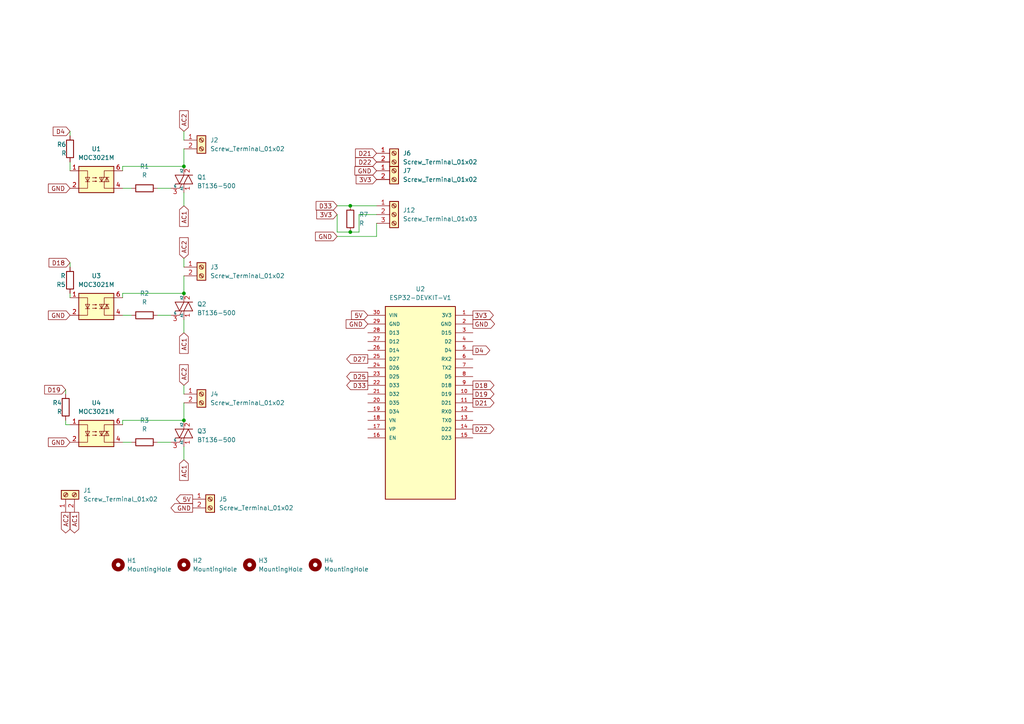
<source format=kicad_sch>
(kicad_sch (version 20231120) (generator "eeschema") (generator_version "8.0")
  (paper "A4")
  (lib_symbols
    (symbol "Connector:Screw_Terminal_01x02" (pin_names (offset 1.016) hide)
      (property "Reference" "J" (at 0 2.54 0))
      (property "Value" "Screw_Terminal_01x02" (at 0 -5.08 0))
      (symbol "Screw_Terminal_01x02_1_1"
        (rectangle (start -1.27 1.27) (end 1.27 -3.81) (stroke (width 0.254)) (fill (type background)))
        (circle (center 0 -2.54) (radius 0.635) (stroke (width 0.1524)))
        (polyline (pts (xy -0.5334 -2.2098) (xy 0.3302 -3.048)) (stroke (width 0.1524)))
        (polyline (pts (xy -0.5334 0.3302) (xy 0.3302 -0.508)) (stroke (width 0.1524)))
        (polyline (pts (xy -0.3556 -2.032) (xy 0.508 -2.8702)) (stroke (width 0.1524)))
        (polyline (pts (xy -0.3556 0.508) (xy 0.508 -0.3302)) (stroke (width 0.1524)))
        (circle (center 0 0) (radius 0.635) (stroke (width 0.1524)))
        (pin passive line (at -5.08 0 0) (length 3.81) (name "Pin_1") (number "1"))
        (pin passive line (at -5.08 -2.54 0) (length 3.81) (name "Pin_2") (number "2"))
      )
    )
    (symbol "Connector:Screw_Terminal_01x03" (pin_names (offset 1.016) hide)
      (property "Reference" "J" (at 0 5.08 0))
      (property "Value" "Screw_Terminal_01x03" (at 0 -5.08 0))
      (symbol "Screw_Terminal_01x03_1_1"
        (rectangle (start -1.27 3.81) (end 1.27 -3.81) (stroke (width 0.254)) (fill (type background)))
        (circle (center 0 -2.54) (radius 0.635) (stroke (width 0.1524)))
        (polyline (pts (xy -0.5334 -2.2098) (xy 0.3302 -3.048)) (stroke (width 0.1524)))
        (polyline (pts (xy -0.5334 0.3302) (xy 0.3302 -0.508)) (stroke (width 0.1524)))
        (polyline (pts (xy -0.5334 2.8702) (xy 0.3302 2.032)) (stroke (width 0.1524)))
        (polyline (pts (xy -0.3556 -2.032) (xy 0.508 -2.8702)) (stroke (width 0.1524)))
        (polyline (pts (xy -0.3556 0.508) (xy 0.508 -0.3302)) (stroke (width 0.1524)))
        (polyline (pts (xy -0.3556 3.048) (xy 0.508 2.2098)) (stroke (width 0.1524)))
        (circle (center 0 0) (radius 0.635) (stroke (width 0.1524)))
        (circle (center 0 2.54) (radius 0.635) (stroke (width 0.1524)))
        (pin passive line (at -5.08 2.54 0) (length 3.81) (name "Pin_1") (number "1"))
        (pin passive line (at -5.08 0 0) (length 3.81) (name "Pin_2") (number "2"))
        (pin passive line (at -5.08 -2.54 0) (length 3.81) (name "Pin_3") (number "3"))
      )
    )
    (symbol "Device:R" (pin_numbers hide) (pin_names (offset 0))
      (property "Reference" "R" (at 2.032 0 90))
      (property "Value" "R" (at 0 0 90))
      (symbol "R_0_1"
        (rectangle (start -1.016 -2.54) (end 1.016 2.54) (stroke (width 0.254)))
      )
      (symbol "R_1_1"
        (pin passive line (at 0 3.81 270) (length 1.27) (name "~") (number "1"))
        (pin passive line (at 0 -3.81 90) (length 1.27) (name "~") (number "2"))
      )
    )
    (symbol "ESP32-DEVKIT-V1:ESP32-DEVKIT-V1" (pin_names (offset 1.016))
      (property "Reference" "U2" (at 0 33.02 0))
      (property "Value" "ESP32-DEVKIT-V1" (at 0 30.48 0))
      (symbol "ESP32-DEVKIT-V1_0_0"
        (rectangle (start -10.16 -27.94) (end 10.16 27.94) (stroke (width 0.254)) (fill (type background)))
        (pin output line (at 15.24 25.4 180) (length 5.08) (name "3V3") (number "1"))
        (pin bidirectional line (at 15.24 2.54 180) (length 5.08) (name "D19") (number "10"))
        (pin bidirectional line (at 15.24 0 180) (length 5.08) (name "D21") (number "11"))
        (pin input line (at 15.24 -2.54 180) (length 5.08) (name "RX0") (number "12"))
        (pin output line (at 15.24 -5.08 180) (length 5.08) (name "TX0") (number "13"))
        (pin bidirectional line (at 15.24 -7.62 180) (length 5.08) (name "D22") (number "14"))
        (pin bidirectional line (at 15.24 -10.16 180) (length 5.08) (name "D23") (number "15"))
        (pin input line (at -15.24 -10.16 0) (length 5.08) (name "EN") (number "16"))
        (pin bidirectional line (at -15.24 -7.62 0) (length 5.08) (name "VP") (number "17"))
        (pin bidirectional line (at -15.24 -5.08 0) (length 5.08) (name "VN") (number "18"))
        (pin bidirectional line (at -15.24 -2.54 0) (length 5.08) (name "D34") (number "19"))
        (pin power_in line (at 15.24 22.86 180) (length 5.08) (name "GND") (number "2"))
        (pin bidirectional line (at -15.24 0 0) (length 5.08) (name "D35") (number "20"))
        (pin bidirectional line (at -15.24 2.54 0) (length 5.08) (name "D32") (number "21"))
        (pin bidirectional line (at -15.24 5.08 0) (length 5.08) (name "D33") (number "22"))
        (pin bidirectional line (at -15.24 7.62 0) (length 5.08) (name "D25") (number "23"))
        (pin bidirectional line (at -15.24 10.16 0) (length 5.08) (name "D26") (number "24"))
        (pin bidirectional line (at -15.24 12.7 0) (length 5.08) (name "D27") (number "25"))
        (pin bidirectional line (at -15.24 15.24 0) (length 5.08) (name "D14") (number "26"))
        (pin bidirectional line (at -15.24 17.78 0) (length 5.08) (name "D12") (number "27"))
        (pin bidirectional line (at -15.24 20.32 0) (length 5.08) (name "D13") (number "28"))
        (pin power_in line (at -15.24 22.86 0) (length 5.08) (name "GND") (number "29"))
        (pin bidirectional line (at 15.24 20.32 180) (length 5.08) (name "D15") (number "3"))
        (pin input line (at -15.24 25.4 0) (length 5.08) (name "VIN") (number "30"))
        (pin bidirectional line (at 15.24 17.78 180) (length 5.08) (name "D2") (number "4"))
        (pin bidirectional line (at 15.24 15.24 180) (length 5.08) (name "D4") (number "5"))
        (pin input line (at 15.24 12.7 180) (length 5.08) (name "RX2") (number "6"))
        (pin output line (at 15.24 10.16 180) (length 5.08) (name "TX2") (number "7"))
        (pin bidirectional line (at 15.24 7.62 180) (length 5.08) (name "D5") (number "8"))
        (pin bidirectional line (at 15.24 5.08 180) (length 5.08) (name "D18") (number "9"))
      )
    )
    (symbol "Mechanical:MountingHole" (pin_names (offset 1.016))
      (property "Reference" "H" (at 0 5.08 0))
      (property "Value" "MountingHole" (at 0 3.175 0))
      (symbol "MountingHole_0_1"
        (circle (center 0 0) (radius 1.27) (stroke (width 1.27)))
      )
    )
    (symbol "Relay_SolidState:MOC3021M"
      (property "Reference" "U" (at -5.334 4.826 0))
      (property "Value" "MOC3021M" (at 0 5.08 0))
      (symbol "MOC3021M_0_1"
        (rectangle (start -5.08 3.81) (end 5.08 -3.81) (stroke (width 0.254)) (fill (type background)))
        (polyline (pts (xy -3.175 -0.635) (xy -1.905 -0.635)))
        (polyline (pts (xy 1.524 -0.635) (xy 1.524 0.635)))
        (polyline (pts (xy 3.048 0.635) (xy 3.048 -0.635)))
        (polyline (pts (xy 2.286 -0.635) (xy 2.286 -2.54) (xy 5.08 -2.54)))
        (polyline (pts (xy 2.286 0.635) (xy 2.286 2.54) (xy 5.08 2.54)))
        (polyline (pts (xy -5.08 2.54) (xy -2.54 2.54) (xy -2.54 -2.54) (xy -5.08 -2.54)))
        (polyline (pts (xy -2.54 -0.635) (xy -3.175 0.635) (xy -1.905 0.635) (xy -2.54 -0.635)))
        (polyline (pts (xy 0.889 -0.635) (xy 3.683 -0.635) (xy 3.048 0.635) (xy 2.413 -0.635)))
        (polyline (pts (xy 3.683 0.635) (xy 0.889 0.635) (xy 1.524 -0.635) (xy 2.159 0.635)))
        (polyline (pts (xy -1.143 -0.508) (xy 0.127 -0.508) (xy -0.254 -0.635) (xy -0.254 -0.381) (xy 0.127 -0.508)))
        (polyline (pts (xy -1.143 0.508) (xy 0.127 0.508) (xy -0.254 0.381) (xy -0.254 0.635) (xy 0.127 0.508)))
      )
      (symbol "MOC3021M_1_1"
        (pin passive line (at -7.62 2.54 0) (length 2.54) (name "~") (number "1"))
        (pin passive line (at -7.62 -2.54 0) (length 2.54) (name "~") (number "2"))
        (pin no_connect line (at -5.08 0 0) (length 2.54) hide (name "NC") (number "3"))
        (pin passive line (at 7.62 -2.54 180) (length 2.54) (name "~") (number "4"))
        (pin no_connect line (at 5.08 0 180) (length 2.54) hide (name "NC") (number "5"))
        (pin passive line (at 7.62 2.54 180) (length 2.54) (name "~") (number "6"))
      )
    )
    (symbol "Triac_Thyristor:BT136-500" (pin_names (offset 0))
      (property "Reference" "Q" (at 5.08 1.905 0))
      (property "Value" "BT136-500" (at 5.08 0 0))
      (symbol "BT136-500_0_1"
        (polyline (pts (xy -2.54 -1.27) (xy 2.54 -1.27)) (stroke (width 0.2032)))
        (polyline (pts (xy -2.54 1.27) (xy 2.54 1.27)) (stroke (width 0.2032)))
        (polyline (pts (xy -1.27 -2.54) (xy -0.635 -1.27)))
        (polyline (pts (xy -2.54 1.27) (xy -1.27 -1.27) (xy 0 1.27)) (stroke (width 0.2032)))
        (polyline (pts (xy 0 -1.27) (xy 1.27 1.27) (xy 2.54 -1.27)) (stroke (width 0.2032)))
      )
      (symbol "BT136-500_1_1"
        (pin passive line (at 0 -3.81 90) (length 2.54) (name "A1") (number "1"))
        (pin passive line (at 0 3.81 270) (length 2.54) (name "A2") (number "2"))
        (pin input line (at -3.81 -2.54 0) (length 2.54) (name "G") (number "3"))
      )
    )
  )
  (junction (at 53.34 121.92))
  (junction (at 101.6 67.31))
  (junction (at 101.6 59.69))
  (junction (at 53.34 85.09))
  (junction (at 53.34 48.26))
  (wire (pts (xy 35.56 54.61) (xy 38.1 54.61)))
  (wire (pts (xy 19.05 113.03) (xy 19.05 114.3)))
  (wire (pts (xy 97.79 62.23) (xy 97.79 67.31)))
  (wire (pts (xy 97.79 59.69) (xy 101.6 59.69)))
  (wire (pts (xy 53.34 80.01) (xy 53.34 85.09)))
  (wire (pts (xy 19.05 121.92) (xy 19.05 123.19)))
  (wire (pts (xy 53.34 92.71) (xy 53.34 96.52)))
  (wire (pts (xy 45.72 91.44) (xy 49.53 91.44)))
  (wire (pts (xy 109.22 62.23) (xy 104.14 62.23)))
  (wire (pts (xy 35.56 128.27) (xy 38.1 128.27)))
  (wire (pts (xy 104.14 67.31) (xy 101.6 67.31)))
  (wire (pts (xy 35.56 91.44) (xy 38.1 91.44)))
  (wire (pts (xy 53.34 129.54) (xy 53.34 133.35)))
  (wire (pts (xy 35.56 48.26) (xy 53.34 48.26)))
  (wire (pts (xy 53.34 111.76) (xy 53.34 114.3)))
  (wire (pts (xy 20.32 38.1) (xy 20.32 39.37)))
  (wire (pts (xy 104.14 62.23) (xy 104.14 67.31)))
  (wire (pts (xy 35.56 123.19) (xy 35.56 121.92)))
  (wire (pts (xy 97.79 68.58) (xy 109.22 68.58)))
  (wire (pts (xy 53.34 116.84) (xy 53.34 121.92)))
  (wire (pts (xy 109.22 68.58) (xy 109.22 64.77)))
  (wire (pts (xy 53.34 55.88) (xy 53.34 59.69)))
  (wire (pts (xy 20.32 85.09) (xy 20.32 86.36)))
  (wire (pts (xy 45.72 128.27) (xy 49.53 128.27)))
  (wire (pts (xy 97.79 67.31) (xy 101.6 67.31)))
  (wire (pts (xy 35.56 121.92) (xy 53.34 121.92)))
  (wire (pts (xy 53.34 74.93) (xy 53.34 77.47)))
  (wire (pts (xy 35.56 86.36) (xy 35.56 85.09)))
  (wire (pts (xy 20.32 46.99) (xy 20.32 49.53)))
  (wire (pts (xy 35.56 49.53) (xy 35.56 48.26)))
  (wire (pts (xy 45.72 54.61) (xy 49.53 54.61)))
  (wire (pts (xy 35.56 85.09) (xy 53.34 85.09)))
  (wire (pts (xy 53.34 43.18) (xy 53.34 48.26)))
  (wire (pts (xy 20.32 76.2) (xy 20.32 77.47)))
  (wire (pts (xy 53.34 38.1) (xy 53.34 40.64)))
  (wire (pts (xy 19.05 123.19) (xy 20.32 123.19)))
  (wire (pts (xy 101.6 59.69) (xy 109.22 59.69)))
  (global_label "AC2" (shape input) (at 53.34 38.1 90) (property "Intersheetrefs" "${INTERSHEET_REFS}" (effects (hide yes))))
  (global_label "AC2" (shape input) (at 53.34 74.93 90) (property "Intersheetrefs" "${INTERSHEET_REFS}" (effects (hide yes))))
  (global_label "AC1" (shape output) (at 21.59 148.59 270) (property "Intersheetrefs" "${INTERSHEET_REFS}" (effects (hide yes))))
  (global_label "AC2" (shape output) (at 19.05 148.59 270) (property "Intersheetrefs" "${INTERSHEET_REFS}" (effects (hide yes))))
  (global_label "3V3" (shape output) (at 137.16 91.44 0) (property "Intersheetrefs" "${INTERSHEET_REFS}" (effects (hide yes))))
  (global_label "GND" (shape output) (at 137.16 93.98 0) (property "Intersheetrefs" "${INTERSHEET_REFS}" (effects (hide yes))))
  (global_label "5V" (shape output) (at 55.88 144.78 180) (property "Intersheetrefs" "${INTERSHEET_REFS}" (effects (hide yes))))
  (global_label "D22" (shape output) (at 137.16 124.46 0) (property "Intersheetrefs" "${INTERSHEET_REFS}" (effects (hide yes))))
  (global_label "D21" (shape output) (at 137.16 116.84 0) (property "Intersheetrefs" "${INTERSHEET_REFS}" (effects (hide yes))))
  (global_label "D18" (shape output) (at 137.16 111.76 0) (property "Intersheetrefs" "${INTERSHEET_REFS}" (effects (hide yes))))
  (global_label "D4" (shape input) (at 20.32 38.1 180) (property "Intersheetrefs" "${INTERSHEET_REFS}" (effects (hide yes))))
  (global_label "GND" (shape input) (at 106.68 93.98 180) (property "Intersheetrefs" "${INTERSHEET_REFS}" (effects (hide yes))))
  (global_label "D19" (shape input) (at 19.05 113.03 180) (property "Intersheetrefs" "${INTERSHEET_REFS}" (effects (hide yes))))
  (global_label "D22" (shape input) (at 109.22 46.99 180) (property "Intersheetrefs" "${INTERSHEET_REFS}" (effects (hide yes))))
  (global_label "AC1" (shape input) (at 53.34 59.69 270) (property "Intersheetrefs" "${INTERSHEET_REFS}" (effects (hide yes))))
  (global_label "GND" (shape output) (at 55.88 147.32 180) (property "Intersheetrefs" "${INTERSHEET_REFS}" (effects (hide yes))))
  (global_label "AC1" (shape input) (at 53.34 133.35 270) (property "Intersheetrefs" "${INTERSHEET_REFS}" (effects (hide yes))))
  (global_label "3V3" (shape input) (at 97.79 62.23 180) (property "Intersheetrefs" "${INTERSHEET_REFS}" (effects (hide yes))))
  (global_label "D4" (shape output) (at 137.16 101.6 0) (property "Intersheetrefs" "${INTERSHEET_REFS}" (effects (hide yes))))
  (global_label "5V" (shape input) (at 106.68 91.44 180) (property "Intersheetrefs" "${INTERSHEET_REFS}" (effects (hide yes))))
  (global_label "D19" (shape output) (at 137.16 114.3 0) (property "Intersheetrefs" "${INTERSHEET_REFS}" (effects (hide yes))))
  (global_label "AC1" (shape input) (at 53.34 96.52 270) (property "Intersheetrefs" "${INTERSHEET_REFS}" (effects (hide yes))))
  (global_label "GND" (shape input) (at 20.32 91.44 180) (property "Intersheetrefs" "${INTERSHEET_REFS}" (effects (hide yes))))
  (global_label "D18" (shape input) (at 20.32 76.2 180) (property "Intersheetrefs" "${INTERSHEET_REFS}" (effects (hide yes))))
  (global_label "D21" (shape input) (at 109.22 44.45 180) (property "Intersheetrefs" "${INTERSHEET_REFS}" (effects (hide yes))))
  (global_label "3V3" (shape input) (at 109.22 52.07 180) (property "Intersheetrefs" "${INTERSHEET_REFS}" (effects (hide yes))))
  (global_label "D33" (shape input) (at 97.79 59.69 180) (property "Intersheetrefs" "${INTERSHEET_REFS}" (effects (hide yes))))
  (global_label "D25" (shape output) (at 106.68 109.22 180) (property "Intersheetrefs" "${INTERSHEET_REFS}" (effects (hide yes))))
  (global_label "AC2" (shape input) (at 53.34 111.76 90) (property "Intersheetrefs" "${INTERSHEET_REFS}" (effects (hide yes))))
  (global_label "D33" (shape output) (at 106.68 111.76 180) (property "Intersheetrefs" "${INTERSHEET_REFS}" (effects (hide yes))))
  (global_label "GND" (shape input) (at 20.32 128.27 180) (property "Intersheetrefs" "${INTERSHEET_REFS}" (effects (hide yes))))
  (global_label "GND" (shape input) (at 97.79 68.58 180) (property "Intersheetrefs" "${INTERSHEET_REFS}" (effects (hide yes))))
  (global_label "D27" (shape output) (at 106.68 104.14 180) (property "Intersheetrefs" "${INTERSHEET_REFS}" (effects (hide yes))))
  (global_label "GND" (shape input) (at 109.22 49.53 180) (property "Intersheetrefs" "${INTERSHEET_REFS}" (effects (hide yes))))
  (global_label "GND" (shape input) (at 20.32 54.61 180) (property "Intersheetrefs" "${INTERSHEET_REFS}" (effects (hide yes))))
  (symbol (lib_id "Device:R") (at 41.91 91.44 90) (unit 1)
    (property "Reference" "R2" (at 41.91 85.09 90))
    (property "Value" "R" (at 41.91 87.63 90))
    (property "Footprint" "Resistor_THT:R_Axial_DIN0207_L6.3mm_D2.5mm_P2.54mm_Vertical" (effects (hide yes)))
  )
  (symbol (lib_id "Mechanical:MountingHole") (at 72.39 163.83 0) (unit 1)
    (property "Reference" "H3" (at 74.93 162.56 0) (effects (justify left)))
    (property "Value" "MountingHole" (at 74.93 165.1 0) (effects (justify left)))
    (property "Footprint" "MountingHole:MountingHole_3mm_Pad" (effects (hide yes)))
  )
  (symbol (lib_id "Connector:Screw_Terminal_01x02") (at 60.96 144.78 0) (unit 1)
    (property "Reference" "J5" (at 63.5 144.78 0) (effects (justify left)))
    (property "Value" "Screw_Terminal_01x02" (at 63.5 147.32 0) (effects (justify left)))
    (property "Footprint" "TerminalBlock:TerminalBlock_Altech_AK300-2_P5.00mm" (effects (hide yes)))
  )
  (symbol (lib_id "Mechanical:MountingHole") (at 53.34 163.83 0) (unit 1)
    (property "Reference" "H2" (at 55.88 162.56 0) (effects (justify left)))
    (property "Value" "MountingHole" (at 55.88 165.1 0) (effects (justify left)))
    (property "Footprint" "MountingHole:MountingHole_3mm_Pad" (effects (hide yes)))
  )
  (symbol (lib_id "Relay_SolidState:MOC3021M") (at 27.94 52.07 0) (unit 1)
    (property "Reference" "U1" (at 27.94 43.18 0))
    (property "Value" "MOC3021M" (at 27.94 45.72 0))
    (property "Footprint" "Package_DIP:DIP-6_W7.62mm" (effects (hide yes)))
    (property "Datasheet" "https://www.onsemi.com/pub/Collateral/MOC3023M-D.PDF" (effects (hide yes)))
  )
  (symbol (lib_id "Triac_Thyristor:BT136-500") (at 53.34 88.9 0) (unit 1)
    (property "Reference" "Q2" (at 57.15 88.2142 0) (effects (justify left)))
    (property "Value" "BT136-500" (at 57.15 90.7542 0) (effects (justify left)))
    (property "Footprint" "Package_TO_SOT_THT:TO-220-3_Vertical" (effects (hide yes)))
    (property "Datasheet" "http://www.micropik.com/PDF/BT136-600.pdf" (effects (hide yes)))
  )
  (symbol (lib_id "Connector:Screw_Terminal_01x02") (at 114.3 49.53 0) (unit 1)
    (property "Reference" "J7" (at 116.84 49.53 0) (effects (justify left)))
    (property "Value" "Screw_Terminal_01x02" (at 116.84 52.07 0) (effects (justify left)))
    (property "Footprint" "TerminalBlock:TerminalBlock_Altech_AK300-2_P5.00mm" (effects (hide yes)))
  )
  (symbol (lib_id "Device:R") (at 101.6 63.5 180) (unit 1)
    (property "Reference" "R7" (at 104.14 62.2299 0) (effects (justify right)))
    (property "Value" "R" (at 104.14 64.7699 0) (effects (justify right)))
    (property "Footprint" "Resistor_THT:R_Axial_DIN0207_L6.3mm_D2.5mm_P2.54mm_Vertical" (effects (hide yes)))
  )
  (symbol (lib_id "Relay_SolidState:MOC3021M") (at 27.94 88.9 0) (unit 1)
    (property "Reference" "U3" (at 27.94 80.01 0))
    (property "Value" "MOC3021M" (at 27.94 82.55 0))
    (property "Footprint" "Package_DIP:DIP-6_W7.62mm" (effects (hide yes)))
    (property "Datasheet" "https://www.onsemi.com/pub/Collateral/MOC3023M-D.PDF" (effects (hide yes)))
  )
  (symbol (lib_id "ESP32-DEVKIT-V1:ESP32-DEVKIT-V1") (at 121.92 116.84 0) (unit 1)
    (property "Reference" "U2" (at 121.92 83.82 0))
    (property "Value" "ESP32-DEVKIT-V1" (at 121.92 86.36 0))
    (property "Footprint" "ESP32-DEVKIT-V1:MODULE_ESP32_DEVKIT_V1" (effects (hide yes)))
    (property "Description" "\n" (effects (hide yes)))
  )
  (symbol (lib_id "Device:R") (at 41.91 54.61 90) (unit 1)
    (property "Reference" "R1" (at 41.91 48.26 90))
    (property "Value" "R" (at 41.91 50.8 90))
    (property "Footprint" "Resistor_THT:R_Axial_DIN0207_L6.3mm_D2.5mm_P2.54mm_Vertical" (effects (hide yes)))
  )
  (symbol (lib_id "Relay_SolidState:MOC3021M") (at 27.94 125.73 0) (unit 1)
    (property "Reference" "U4" (at 27.94 116.84 0))
    (property "Value" "MOC3021M" (at 27.94 119.38 0))
    (property "Footprint" "Package_DIP:DIP-6_W7.62mm" (effects (hide yes)))
    (property "Datasheet" "https://www.onsemi.com/pub/Collateral/MOC3023M-D.PDF" (effects (hide yes)))
  )
  (symbol (lib_id "Connector:Screw_Terminal_01x02") (at 19.05 143.51 90) (unit 1)
    (property "Reference" "J1" (at 24.13 142.24 90) (effects (justify right)))
    (property "Value" "Screw_Terminal_01x02" (at 24.13 144.78 90) (effects (justify right)))
    (property "Footprint" "TerminalBlock:TerminalBlock_Altech_AK300-2_P5.00mm" (effects (hide yes)))
  )
  (symbol (lib_id "Device:R") (at 20.32 81.28 0) (unit 1)
    (property "Reference" "R5" (at 19.05 82.55 0) (effects (justify right)))
    (property "Value" "R" (at 19.05 80.01 0) (effects (justify right)))
    (property "Footprint" "Resistor_THT:R_Axial_DIN0207_L6.3mm_D2.5mm_P2.54mm_Vertical" (effects (hide yes)))
  )
  (symbol (lib_id "Mechanical:MountingHole") (at 34.29 163.83 0) (unit 1)
    (property "Reference" "H1" (at 36.83 162.56 0) (effects (justify left)))
    (property "Value" "MountingHole" (at 36.83 165.1 0) (effects (justify left)))
    (property "Footprint" "MountingHole:MountingHole_3mm_Pad" (effects (hide yes)))
  )
  (symbol (lib_id "Device:R") (at 19.05 118.11 0) (unit 1)
    (property "Reference" "R4" (at 15.24 116.84 0) (effects (justify left)))
    (property "Value" "R" (at 16.51 119.38 0) (effects (justify left)))
    (property "Footprint" "Resistor_THT:R_Axial_DIN0207_L6.3mm_D2.5mm_P2.54mm_Vertical" (effects (hide yes)))
  )
  (symbol (lib_id "Triac_Thyristor:BT136-500") (at 53.34 52.07 0) (unit 1)
    (property "Reference" "Q1" (at 57.15 51.3842 0) (effects (justify left)))
    (property "Value" "BT136-500" (at 57.15 53.9242 0) (effects (justify left)))
    (property "Footprint" "Package_TO_SOT_THT:TO-220-3_Vertical" (effects (hide yes)))
    (property "Datasheet" "http://www.micropik.com/PDF/BT136-600.pdf" (effects (hide yes)))
  )
  (symbol (lib_id "Mechanical:MountingHole") (at 91.44 163.83 0) (unit 1)
    (property "Reference" "H4" (at 93.98 162.56 0) (effects (justify left)))
    (property "Value" "MountingHole" (at 93.98 165.1 0) (effects (justify left)))
    (property "Footprint" "MountingHole:MountingHole_3mm_Pad" (effects (hide yes)))
  )
  (symbol (lib_id "Device:R") (at 20.32 43.18 0) (unit 1)
    (property "Reference" "R6" (at 16.51 41.91 0) (effects (justify left)))
    (property "Value" "R" (at 17.78 44.45 0) (effects (justify left)))
    (property "Footprint" "Resistor_THT:R_Axial_DIN0207_L6.3mm_D2.5mm_P2.54mm_Vertical" (effects (hide yes)))
  )
  (symbol (lib_id "Connector:Screw_Terminal_01x02") (at 58.42 114.3 0) (unit 1)
    (property "Reference" "J4" (at 60.96 114.3 0) (effects (justify left)))
    (property "Value" "Screw_Terminal_01x02" (at 60.96 116.84 0) (effects (justify left)))
    (property "Footprint" "TerminalBlock:TerminalBlock_Altech_AK300-2_P5.00mm" (effects (hide yes)))
  )
  (symbol (lib_id "Triac_Thyristor:BT136-500") (at 53.34 125.73 0) (unit 1)
    (property "Reference" "Q3" (at 57.15 125.0442 0) (effects (justify left)))
    (property "Value" "BT136-500" (at 57.15 127.5842 0) (effects (justify left)))
    (property "Footprint" "Package_TO_SOT_THT:TO-220-3_Vertical" (effects (hide yes)))
    (property "Datasheet" "http://www.micropik.com/PDF/BT136-600.pdf" (effects (hide yes)))
  )
  (symbol (lib_id "Connector:Screw_Terminal_01x02") (at 114.3 44.45 0) (unit 1)
    (property "Reference" "J6" (at 116.84 44.45 0) (effects (justify left)))
    (property "Value" "Screw_Terminal_01x02" (at 116.84 46.99 0) (effects (justify left)))
    (property "Footprint" "TerminalBlock:TerminalBlock_Altech_AK300-2_P5.00mm" (effects (hide yes)))
  )
  (symbol (lib_id "Connector:Screw_Terminal_01x02") (at 58.42 77.47 0) (unit 1)
    (property "Reference" "J3" (at 60.96 77.47 0) (effects (justify left)))
    (property "Value" "Screw_Terminal_01x02" (at 60.96 80.01 0) (effects (justify left)))
    (property "Footprint" "TerminalBlock:TerminalBlock_Altech_AK300-2_P5.00mm" (effects (hide yes)))
  )
  (symbol (lib_id "Device:R") (at 41.91 128.27 90) (unit 1)
    (property "Reference" "R3" (at 41.91 121.92 90))
    (property "Value" "R" (at 41.91 124.46 90))
    (property "Footprint" "Resistor_THT:R_Axial_DIN0207_L6.3mm_D2.5mm_P2.54mm_Vertical" (effects (hide yes)))
  )
  (symbol (lib_id "Connector:Screw_Terminal_01x03") (at 114.3 62.23 0) (unit 1)
    (property "Reference" "J12" (at 116.84 60.96 0) (effects (justify left)))
    (property "Value" "Screw_Terminal_01x03" (at 116.84 63.5 0) (effects (justify left)))
    (property "Footprint" "TerminalBlock:TerminalBlock_Altech_AK300-3_P5.00mm" (effects (hide yes)))
  )
  (symbol (lib_id "Connector:Screw_Terminal_01x02") (at 58.42 40.64 0) (unit 1)
    (property "Reference" "J2" (at 60.96 40.64 0) (effects (justify left)))
    (property "Value" "Screw_Terminal_01x02" (at 60.96 43.18 0) (effects (justify left)))
    (property "Footprint" "TerminalBlock:TerminalBlock_Altech_AK300-2_P5.00mm" (effects (hide yes)))
  )
)
</source>
